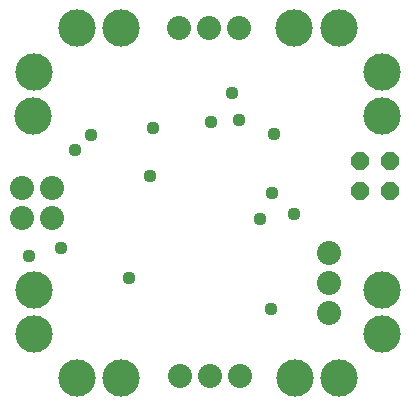
<source format=gbs>
G75*
G70*
%OFA0B0*%
%FSLAX24Y24*%
%IPPOS*%
%LPD*%
%AMOC8*
5,1,8,0,0,1.08239X$1,22.5*
%
%ADD10C,0.1241*%
%ADD11C,0.0800*%
%ADD12OC8,0.0600*%
%ADD13C,0.0440*%
D10*
X001371Y002690D03*
X002820Y001245D03*
X004280Y001241D03*
X001371Y004166D03*
X001363Y009977D03*
X001367Y011442D03*
X002820Y012898D03*
X004284Y012894D03*
X010060Y012894D03*
X011532Y012894D03*
X012981Y011442D03*
X012977Y009977D03*
X012977Y004162D03*
X012981Y002702D03*
X011532Y001241D03*
X010064Y001241D03*
D11*
X008253Y001284D03*
X007253Y001284D03*
X006253Y001284D03*
X011209Y003410D03*
X011209Y004410D03*
X011209Y005410D03*
X008206Y012898D03*
X007206Y012898D03*
X006206Y012898D03*
X001977Y007576D03*
X000977Y007576D03*
X000973Y006576D03*
X001973Y006576D03*
D12*
X012245Y007457D03*
X013245Y007457D03*
X013245Y008457D03*
X012245Y008457D03*
D13*
X010056Y006682D03*
X009316Y007387D03*
X008918Y006524D03*
X009383Y009363D03*
X008213Y009828D03*
X007977Y010733D03*
X007269Y009749D03*
X005339Y009552D03*
X005261Y007977D03*
X003292Y009316D03*
X002741Y008843D03*
X002280Y005580D03*
X001198Y005304D03*
X004552Y004552D03*
X009276Y003528D03*
M02*

</source>
